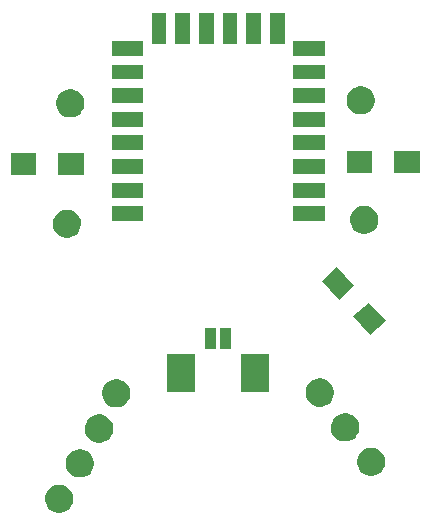
<source format=gbs>
G04 #@! TF.GenerationSoftware,KiCad,Pcbnew,(2017-05-14 revision 14bb238b3)-makepkg*
G04 #@! TF.CreationDate,2017-07-07T13:01:08-06:00*
G04 #@! TF.ProjectId,001,3030312E6B696361645F706362000000,rev?*
G04 #@! TF.FileFunction,Soldermask,Bot*
G04 #@! TF.FilePolarity,Negative*
%FSLAX46Y46*%
G04 Gerber Fmt 4.6, Leading zero omitted, Abs format (unit mm)*
G04 Created by KiCad (PCBNEW (2017-05-14 revision 14bb238b3)-makepkg) date 07/07/17 13:01:08*
%MOMM*%
%LPD*%
G01*
G04 APERTURE LIST*
%ADD10C,0.100000*%
G04 APERTURE END LIST*
D10*
G36*
X116773114Y-98244353D02*
X117002441Y-98291428D01*
X117218271Y-98382154D01*
X117412358Y-98513068D01*
X117577330Y-98679194D01*
X117706884Y-98874191D01*
X117796099Y-99090641D01*
X117841503Y-99319953D01*
X117841503Y-99319958D01*
X117841571Y-99320302D01*
X117837837Y-99587707D01*
X117837760Y-99588045D01*
X117837760Y-99588053D01*
X117785970Y-99816009D01*
X117690748Y-100029881D01*
X117555795Y-100221189D01*
X117386254Y-100382641D01*
X117188583Y-100508086D01*
X116970308Y-100592749D01*
X116739753Y-100633403D01*
X116505685Y-100628500D01*
X116277029Y-100578226D01*
X116062492Y-100484498D01*
X115870254Y-100350889D01*
X115707618Y-100182474D01*
X115580796Y-99985685D01*
X115494610Y-99768004D01*
X115452349Y-99537740D01*
X115455617Y-99303646D01*
X115504294Y-99074643D01*
X115596521Y-98859459D01*
X115728790Y-98666286D01*
X115896058Y-98502484D01*
X116091961Y-98374289D01*
X116309031Y-98286587D01*
X116538997Y-98242719D01*
X116773114Y-98244353D01*
X116773114Y-98244353D01*
G37*
G36*
X118525714Y-95247153D02*
X118755041Y-95294228D01*
X118970871Y-95384954D01*
X119164958Y-95515868D01*
X119329930Y-95681994D01*
X119459484Y-95876991D01*
X119548699Y-96093441D01*
X119594103Y-96322753D01*
X119594103Y-96322758D01*
X119594171Y-96323102D01*
X119590437Y-96590507D01*
X119590360Y-96590845D01*
X119590360Y-96590853D01*
X119538570Y-96818809D01*
X119443348Y-97032681D01*
X119308395Y-97223989D01*
X119138854Y-97385441D01*
X118941183Y-97510886D01*
X118722908Y-97595549D01*
X118492353Y-97636203D01*
X118258285Y-97631300D01*
X118029629Y-97581026D01*
X117815092Y-97487298D01*
X117622854Y-97353689D01*
X117460218Y-97185274D01*
X117333396Y-96988485D01*
X117247210Y-96770804D01*
X117204949Y-96540540D01*
X117208217Y-96306446D01*
X117256894Y-96077443D01*
X117349121Y-95862259D01*
X117481390Y-95669086D01*
X117648658Y-95505284D01*
X117844561Y-95377089D01*
X118061631Y-95289387D01*
X118291597Y-95245519D01*
X118525714Y-95247153D01*
X118525714Y-95247153D01*
G37*
G36*
X143189114Y-95120153D02*
X143418441Y-95167228D01*
X143634271Y-95257954D01*
X143828358Y-95388868D01*
X143993330Y-95554994D01*
X144122884Y-95749991D01*
X144212099Y-95966441D01*
X144257503Y-96195753D01*
X144257503Y-96195758D01*
X144257571Y-96196102D01*
X144253837Y-96463507D01*
X144253760Y-96463845D01*
X144253760Y-96463853D01*
X144201970Y-96691809D01*
X144106748Y-96905681D01*
X143971795Y-97096989D01*
X143802254Y-97258441D01*
X143604583Y-97383886D01*
X143386308Y-97468549D01*
X143155753Y-97509203D01*
X142921685Y-97504300D01*
X142693029Y-97454026D01*
X142478492Y-97360298D01*
X142286254Y-97226689D01*
X142123618Y-97058274D01*
X141996796Y-96861485D01*
X141910610Y-96643804D01*
X141868349Y-96413540D01*
X141871617Y-96179446D01*
X141920294Y-95950443D01*
X142012521Y-95735259D01*
X142144790Y-95542086D01*
X142312058Y-95378284D01*
X142507961Y-95250089D01*
X142725031Y-95162387D01*
X142954997Y-95118519D01*
X143189114Y-95120153D01*
X143189114Y-95120153D01*
G37*
G36*
X120151314Y-92300753D02*
X120380641Y-92347828D01*
X120596471Y-92438554D01*
X120790558Y-92569468D01*
X120955530Y-92735594D01*
X121085084Y-92930591D01*
X121174299Y-93147041D01*
X121219703Y-93376353D01*
X121219703Y-93376358D01*
X121219771Y-93376702D01*
X121216037Y-93644107D01*
X121215960Y-93644445D01*
X121215960Y-93644453D01*
X121164170Y-93872409D01*
X121068948Y-94086281D01*
X120933995Y-94277589D01*
X120764454Y-94439041D01*
X120566783Y-94564486D01*
X120348508Y-94649149D01*
X120117953Y-94689803D01*
X119883885Y-94684900D01*
X119655229Y-94634626D01*
X119440692Y-94540898D01*
X119248454Y-94407289D01*
X119085818Y-94238874D01*
X118958996Y-94042085D01*
X118872810Y-93824404D01*
X118830549Y-93594140D01*
X118833817Y-93360046D01*
X118882494Y-93131043D01*
X118974721Y-92915859D01*
X119106990Y-92722686D01*
X119274258Y-92558884D01*
X119470161Y-92430689D01*
X119687231Y-92342987D01*
X119917197Y-92299119D01*
X120151314Y-92300753D01*
X120151314Y-92300753D01*
G37*
G36*
X140979314Y-92199153D02*
X141208641Y-92246228D01*
X141424471Y-92336954D01*
X141618558Y-92467868D01*
X141783530Y-92633994D01*
X141913084Y-92828991D01*
X142002299Y-93045441D01*
X142047703Y-93274753D01*
X142047703Y-93274758D01*
X142047771Y-93275102D01*
X142044037Y-93542507D01*
X142043960Y-93542845D01*
X142043960Y-93542853D01*
X141992170Y-93770809D01*
X141896948Y-93984681D01*
X141761995Y-94175989D01*
X141592454Y-94337441D01*
X141394783Y-94462886D01*
X141176508Y-94547549D01*
X140945953Y-94588203D01*
X140711885Y-94583300D01*
X140483229Y-94533026D01*
X140268692Y-94439298D01*
X140076454Y-94305689D01*
X139913818Y-94137274D01*
X139786996Y-93940485D01*
X139700810Y-93722804D01*
X139658549Y-93492540D01*
X139661817Y-93258446D01*
X139710494Y-93029443D01*
X139802721Y-92814259D01*
X139934990Y-92621086D01*
X140102258Y-92457284D01*
X140298161Y-92329089D01*
X140515231Y-92241387D01*
X140745197Y-92197519D01*
X140979314Y-92199153D01*
X140979314Y-92199153D01*
G37*
G36*
X121599114Y-89303553D02*
X121828441Y-89350628D01*
X122044271Y-89441354D01*
X122238358Y-89572268D01*
X122403330Y-89738394D01*
X122532884Y-89933391D01*
X122622099Y-90149841D01*
X122667503Y-90379153D01*
X122667503Y-90379158D01*
X122667571Y-90379502D01*
X122663837Y-90646907D01*
X122663760Y-90647245D01*
X122663760Y-90647253D01*
X122611970Y-90875209D01*
X122516748Y-91089081D01*
X122381795Y-91280389D01*
X122212254Y-91441841D01*
X122014583Y-91567286D01*
X121796308Y-91651949D01*
X121565753Y-91692603D01*
X121331685Y-91687700D01*
X121103029Y-91637426D01*
X120888492Y-91543698D01*
X120696254Y-91410089D01*
X120533618Y-91241674D01*
X120406796Y-91044885D01*
X120320610Y-90827204D01*
X120278349Y-90596940D01*
X120281617Y-90362846D01*
X120330294Y-90133843D01*
X120422521Y-89918659D01*
X120554790Y-89725486D01*
X120722058Y-89561684D01*
X120917961Y-89433489D01*
X121135031Y-89345787D01*
X121364997Y-89301919D01*
X121599114Y-89303553D01*
X121599114Y-89303553D01*
G37*
G36*
X138845714Y-89252753D02*
X139075041Y-89299828D01*
X139290871Y-89390554D01*
X139484958Y-89521468D01*
X139649930Y-89687594D01*
X139779484Y-89882591D01*
X139868699Y-90099041D01*
X139914103Y-90328353D01*
X139914103Y-90328358D01*
X139914171Y-90328702D01*
X139910437Y-90596107D01*
X139910360Y-90596445D01*
X139910360Y-90596453D01*
X139858570Y-90824409D01*
X139763348Y-91038281D01*
X139628395Y-91229589D01*
X139458854Y-91391041D01*
X139261183Y-91516486D01*
X139042908Y-91601149D01*
X138812353Y-91641803D01*
X138578285Y-91636900D01*
X138349629Y-91586626D01*
X138135092Y-91492898D01*
X137942854Y-91359289D01*
X137780218Y-91190874D01*
X137653396Y-90994085D01*
X137567210Y-90776404D01*
X137524949Y-90546140D01*
X137528217Y-90312046D01*
X137576894Y-90083043D01*
X137669121Y-89867859D01*
X137801390Y-89674686D01*
X137968658Y-89510884D01*
X138164561Y-89382689D01*
X138381631Y-89294987D01*
X138611597Y-89251119D01*
X138845714Y-89252753D01*
X138845714Y-89252753D01*
G37*
G36*
X128160920Y-90397760D02*
X125808520Y-90397760D01*
X125808520Y-87145360D01*
X128160920Y-87145360D01*
X128160920Y-90397760D01*
X128160920Y-90397760D01*
G37*
G36*
X134410920Y-90397760D02*
X132058520Y-90397760D01*
X132058520Y-87145360D01*
X134410920Y-87145360D01*
X134410920Y-90397760D01*
X134410920Y-90397760D01*
G37*
G36*
X129960920Y-86797760D02*
X129008520Y-86797760D01*
X129008520Y-84945360D01*
X129960920Y-84945360D01*
X129960920Y-86797760D01*
X129960920Y-86797760D01*
G37*
G36*
X131210920Y-86797760D02*
X130258520Y-86797760D01*
X130258520Y-84945360D01*
X131210920Y-84945360D01*
X131210920Y-86797760D01*
X131210920Y-86797760D01*
G37*
G36*
X144300043Y-84423930D02*
X142997756Y-85596515D01*
X141557519Y-83996970D01*
X142859806Y-82824385D01*
X144300043Y-84423930D01*
X144300043Y-84423930D01*
G37*
G36*
X141623521Y-81451350D02*
X140321234Y-82623935D01*
X138880997Y-81024390D01*
X140183284Y-79851805D01*
X141623521Y-81451350D01*
X141623521Y-81451350D01*
G37*
G36*
X117433514Y-74952553D02*
X117662841Y-74999628D01*
X117878671Y-75090354D01*
X118072758Y-75221268D01*
X118237730Y-75387394D01*
X118367284Y-75582391D01*
X118456499Y-75798841D01*
X118501903Y-76028153D01*
X118501903Y-76028158D01*
X118501971Y-76028502D01*
X118498237Y-76295907D01*
X118498160Y-76296245D01*
X118498160Y-76296253D01*
X118446370Y-76524209D01*
X118351148Y-76738081D01*
X118216195Y-76929389D01*
X118046654Y-77090841D01*
X117848983Y-77216286D01*
X117630708Y-77300949D01*
X117400153Y-77341603D01*
X117166085Y-77336700D01*
X116937429Y-77286426D01*
X116722892Y-77192698D01*
X116530654Y-77059089D01*
X116368018Y-76890674D01*
X116241196Y-76693885D01*
X116155010Y-76476204D01*
X116112749Y-76245940D01*
X116116017Y-76011846D01*
X116164694Y-75782843D01*
X116256921Y-75567659D01*
X116389190Y-75374486D01*
X116556458Y-75210684D01*
X116752361Y-75082489D01*
X116969431Y-74994787D01*
X117199397Y-74950919D01*
X117433514Y-74952553D01*
X117433514Y-74952553D01*
G37*
G36*
X142604914Y-74622353D02*
X142834241Y-74669428D01*
X143050071Y-74760154D01*
X143244158Y-74891068D01*
X143409130Y-75057194D01*
X143538684Y-75252191D01*
X143627899Y-75468641D01*
X143673303Y-75697953D01*
X143673303Y-75697958D01*
X143673371Y-75698302D01*
X143669637Y-75965707D01*
X143669560Y-75966045D01*
X143669560Y-75966053D01*
X143617770Y-76194009D01*
X143522548Y-76407881D01*
X143387595Y-76599189D01*
X143218054Y-76760641D01*
X143020383Y-76886086D01*
X142802108Y-76970749D01*
X142571553Y-77011403D01*
X142337485Y-77006500D01*
X142108829Y-76956226D01*
X141894292Y-76862498D01*
X141702054Y-76728889D01*
X141539418Y-76560474D01*
X141412596Y-76363685D01*
X141326410Y-76146004D01*
X141284149Y-75915740D01*
X141287417Y-75681646D01*
X141336094Y-75452643D01*
X141428321Y-75237459D01*
X141560590Y-75044286D01*
X141727858Y-74880484D01*
X141923761Y-74752289D01*
X142140831Y-74664587D01*
X142370797Y-74620719D01*
X142604914Y-74622353D01*
X142604914Y-74622353D01*
G37*
G36*
X123738220Y-75933560D02*
X121085820Y-75933560D01*
X121085820Y-74681160D01*
X123738220Y-74681160D01*
X123738220Y-75933560D01*
X123738220Y-75933560D01*
G37*
G36*
X139138220Y-75933560D02*
X136485820Y-75933560D01*
X136485820Y-74681160D01*
X139138220Y-74681160D01*
X139138220Y-75933560D01*
X139138220Y-75933560D01*
G37*
G36*
X139138220Y-73933560D02*
X136485820Y-73933560D01*
X136485820Y-72681160D01*
X139138220Y-72681160D01*
X139138220Y-73933560D01*
X139138220Y-73933560D01*
G37*
G36*
X123738220Y-73933560D02*
X121085820Y-73933560D01*
X121085820Y-72681160D01*
X123738220Y-72681160D01*
X123738220Y-73933560D01*
X123738220Y-73933560D01*
G37*
G36*
X118707920Y-72017160D02*
X116555520Y-72017160D01*
X116555520Y-70164760D01*
X118707920Y-70164760D01*
X118707920Y-72017160D01*
X118707920Y-72017160D01*
G37*
G36*
X114707920Y-72017160D02*
X112555520Y-72017160D01*
X112555520Y-70164760D01*
X114707920Y-70164760D01*
X114707920Y-72017160D01*
X114707920Y-72017160D01*
G37*
G36*
X139138220Y-71933560D02*
X136485820Y-71933560D01*
X136485820Y-70681160D01*
X139138220Y-70681160D01*
X139138220Y-71933560D01*
X139138220Y-71933560D01*
G37*
G36*
X123738220Y-71933560D02*
X121085820Y-71933560D01*
X121085820Y-70681160D01*
X123738220Y-70681160D01*
X123738220Y-71933560D01*
X123738220Y-71933560D01*
G37*
G36*
X147155920Y-71839360D02*
X145003520Y-71839360D01*
X145003520Y-69986960D01*
X147155920Y-69986960D01*
X147155920Y-71839360D01*
X147155920Y-71839360D01*
G37*
G36*
X143155920Y-71839360D02*
X141003520Y-71839360D01*
X141003520Y-69986960D01*
X143155920Y-69986960D01*
X143155920Y-71839360D01*
X143155920Y-71839360D01*
G37*
G36*
X123738220Y-69933560D02*
X121085820Y-69933560D01*
X121085820Y-68681160D01*
X123738220Y-68681160D01*
X123738220Y-69933560D01*
X123738220Y-69933560D01*
G37*
G36*
X139138220Y-69933560D02*
X136485820Y-69933560D01*
X136485820Y-68681160D01*
X139138220Y-68681160D01*
X139138220Y-69933560D01*
X139138220Y-69933560D01*
G37*
G36*
X139138220Y-67933560D02*
X136485820Y-67933560D01*
X136485820Y-66681160D01*
X139138220Y-66681160D01*
X139138220Y-67933560D01*
X139138220Y-67933560D01*
G37*
G36*
X123738220Y-67933560D02*
X121085820Y-67933560D01*
X121085820Y-66681160D01*
X123738220Y-66681160D01*
X123738220Y-67933560D01*
X123738220Y-67933560D01*
G37*
G36*
X117700214Y-64767153D02*
X117929541Y-64814228D01*
X118145371Y-64904954D01*
X118339458Y-65035868D01*
X118504430Y-65201994D01*
X118633984Y-65396991D01*
X118723199Y-65613441D01*
X118768603Y-65842753D01*
X118768603Y-65842758D01*
X118768671Y-65843102D01*
X118764937Y-66110507D01*
X118764860Y-66110845D01*
X118764860Y-66110853D01*
X118713070Y-66338809D01*
X118617848Y-66552681D01*
X118482895Y-66743989D01*
X118313354Y-66905441D01*
X118115683Y-67030886D01*
X117897408Y-67115549D01*
X117666853Y-67156203D01*
X117432785Y-67151300D01*
X117204129Y-67101026D01*
X116989592Y-67007298D01*
X116797354Y-66873689D01*
X116634718Y-66705274D01*
X116507896Y-66508485D01*
X116421710Y-66290804D01*
X116379449Y-66060540D01*
X116382717Y-65826446D01*
X116431394Y-65597443D01*
X116523621Y-65382259D01*
X116655890Y-65189086D01*
X116823158Y-65025284D01*
X117019061Y-64897089D01*
X117236131Y-64809387D01*
X117466097Y-64765519D01*
X117700214Y-64767153D01*
X117700214Y-64767153D01*
G37*
G36*
X142300114Y-64513153D02*
X142529441Y-64560228D01*
X142745271Y-64650954D01*
X142939358Y-64781868D01*
X143104330Y-64947994D01*
X143233884Y-65142991D01*
X143323099Y-65359441D01*
X143368503Y-65588753D01*
X143368503Y-65588758D01*
X143368571Y-65589102D01*
X143364837Y-65856507D01*
X143364760Y-65856845D01*
X143364760Y-65856853D01*
X143312970Y-66084809D01*
X143217748Y-66298681D01*
X143082795Y-66489989D01*
X142913254Y-66651441D01*
X142715583Y-66776886D01*
X142497308Y-66861549D01*
X142266753Y-66902203D01*
X142032685Y-66897300D01*
X141804029Y-66847026D01*
X141589492Y-66753298D01*
X141397254Y-66619689D01*
X141234618Y-66451274D01*
X141107796Y-66254485D01*
X141021610Y-66036804D01*
X140979349Y-65806540D01*
X140982617Y-65572446D01*
X141031294Y-65343443D01*
X141123521Y-65128259D01*
X141255790Y-64935086D01*
X141423058Y-64771284D01*
X141618961Y-64643089D01*
X141836031Y-64555387D01*
X142065997Y-64511519D01*
X142300114Y-64513153D01*
X142300114Y-64513153D01*
G37*
G36*
X123738220Y-65933560D02*
X121085820Y-65933560D01*
X121085820Y-64681160D01*
X123738220Y-64681160D01*
X123738220Y-65933560D01*
X123738220Y-65933560D01*
G37*
G36*
X139138220Y-65933560D02*
X136485820Y-65933560D01*
X136485820Y-64681160D01*
X139138220Y-64681160D01*
X139138220Y-65933560D01*
X139138220Y-65933560D01*
G37*
G36*
X123738220Y-63933560D02*
X121085820Y-63933560D01*
X121085820Y-62681160D01*
X123738220Y-62681160D01*
X123738220Y-63933560D01*
X123738220Y-63933560D01*
G37*
G36*
X139138220Y-63933560D02*
X136485820Y-63933560D01*
X136485820Y-62681160D01*
X139138220Y-62681160D01*
X139138220Y-63933560D01*
X139138220Y-63933560D01*
G37*
G36*
X123738220Y-61933560D02*
X121085820Y-61933560D01*
X121085820Y-60681160D01*
X123738220Y-60681160D01*
X123738220Y-61933560D01*
X123738220Y-61933560D01*
G37*
G36*
X139138220Y-61933560D02*
X136485820Y-61933560D01*
X136485820Y-60681160D01*
X139138220Y-60681160D01*
X139138220Y-61933560D01*
X139138220Y-61933560D01*
G37*
G36*
X125728220Y-60933560D02*
X124475820Y-60933560D01*
X124475820Y-58281160D01*
X125728220Y-58281160D01*
X125728220Y-60933560D01*
X125728220Y-60933560D01*
G37*
G36*
X135728220Y-60933560D02*
X134475820Y-60933560D01*
X134475820Y-58281160D01*
X135728220Y-58281160D01*
X135728220Y-60933560D01*
X135728220Y-60933560D01*
G37*
G36*
X127728220Y-60933560D02*
X126475820Y-60933560D01*
X126475820Y-58281160D01*
X127728220Y-58281160D01*
X127728220Y-60933560D01*
X127728220Y-60933560D01*
G37*
G36*
X129728220Y-60933560D02*
X128475820Y-60933560D01*
X128475820Y-58281160D01*
X129728220Y-58281160D01*
X129728220Y-60933560D01*
X129728220Y-60933560D01*
G37*
G36*
X131728220Y-60933560D02*
X130475820Y-60933560D01*
X130475820Y-58281160D01*
X131728220Y-58281160D01*
X131728220Y-60933560D01*
X131728220Y-60933560D01*
G37*
G36*
X133728220Y-60933560D02*
X132475820Y-60933560D01*
X132475820Y-58281160D01*
X133728220Y-58281160D01*
X133728220Y-60933560D01*
X133728220Y-60933560D01*
G37*
M02*

</source>
